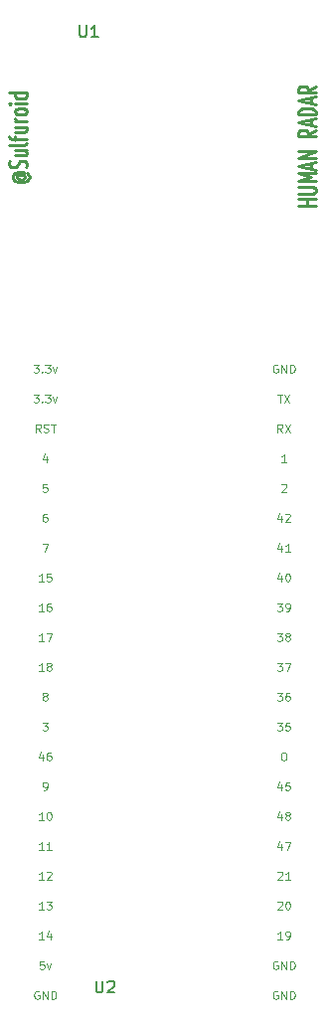
<source format=gbr>
%TF.GenerationSoftware,KiCad,Pcbnew,(6.0.11)*%
%TF.CreationDate,2023-06-18T22:22:59+02:00*%
%TF.ProjectId,rd-03,72642d30-332e-46b6-9963-61645f706362,rev?*%
%TF.SameCoordinates,Original*%
%TF.FileFunction,Legend,Top*%
%TF.FilePolarity,Positive*%
%FSLAX46Y46*%
G04 Gerber Fmt 4.6, Leading zero omitted, Abs format (unit mm)*
G04 Created by KiCad (PCBNEW (6.0.11)) date 2023-06-18 22:22:59*
%MOMM*%
%LPD*%
G01*
G04 APERTURE LIST*
%ADD10C,0.250000*%
%ADD11C,0.150000*%
%ADD12C,0.100000*%
G04 APERTURE END LIST*
D10*
X128948571Y-63745428D02*
X127448571Y-63745428D01*
X128162857Y-63745428D02*
X128162857Y-63174000D01*
X128948571Y-63174000D02*
X127448571Y-63174000D01*
X127448571Y-62697809D02*
X128662857Y-62697809D01*
X128805714Y-62650190D01*
X128877142Y-62602571D01*
X128948571Y-62507333D01*
X128948571Y-62316857D01*
X128877142Y-62221619D01*
X128805714Y-62174000D01*
X128662857Y-62126380D01*
X127448571Y-62126380D01*
X128948571Y-61650190D02*
X127448571Y-61650190D01*
X128520000Y-61316857D01*
X127448571Y-60983523D01*
X128948571Y-60983523D01*
X128520000Y-60554952D02*
X128520000Y-60078761D01*
X128948571Y-60650190D02*
X127448571Y-60316857D01*
X128948571Y-59983523D01*
X128948571Y-59650190D02*
X127448571Y-59650190D01*
X128948571Y-59078761D01*
X127448571Y-59078761D01*
X128948571Y-57269238D02*
X128234285Y-57602571D01*
X128948571Y-57840666D02*
X127448571Y-57840666D01*
X127448571Y-57459714D01*
X127520000Y-57364476D01*
X127591428Y-57316857D01*
X127734285Y-57269238D01*
X127948571Y-57269238D01*
X128091428Y-57316857D01*
X128162857Y-57364476D01*
X128234285Y-57459714D01*
X128234285Y-57840666D01*
X128520000Y-56888285D02*
X128520000Y-56412095D01*
X128948571Y-56983523D02*
X127448571Y-56650190D01*
X128948571Y-56316857D01*
X128948571Y-55983523D02*
X127448571Y-55983523D01*
X127448571Y-55745428D01*
X127520000Y-55602571D01*
X127662857Y-55507333D01*
X127805714Y-55459714D01*
X128091428Y-55412095D01*
X128305714Y-55412095D01*
X128591428Y-55459714D01*
X128734285Y-55507333D01*
X128877142Y-55602571D01*
X128948571Y-55745428D01*
X128948571Y-55983523D01*
X128520000Y-55031142D02*
X128520000Y-54554952D01*
X128948571Y-55126380D02*
X127448571Y-54793047D01*
X128948571Y-54459714D01*
X128948571Y-53554952D02*
X128234285Y-53888285D01*
X128948571Y-54126380D02*
X127448571Y-54126380D01*
X127448571Y-53745428D01*
X127520000Y-53650190D01*
X127591428Y-53602571D01*
X127734285Y-53554952D01*
X127948571Y-53554952D01*
X128091428Y-53602571D01*
X128162857Y-53650190D01*
X128234285Y-53745428D01*
X128234285Y-54126380D01*
X103596285Y-61078666D02*
X103524857Y-61126285D01*
X103453428Y-61221523D01*
X103453428Y-61316761D01*
X103524857Y-61412000D01*
X103596285Y-61459619D01*
X103739142Y-61507238D01*
X103882000Y-61507238D01*
X104024857Y-61459619D01*
X104096285Y-61412000D01*
X104167714Y-61316761D01*
X104167714Y-61221523D01*
X104096285Y-61126285D01*
X104024857Y-61078666D01*
X103453428Y-61078666D02*
X104024857Y-61078666D01*
X104096285Y-61031047D01*
X104096285Y-60983428D01*
X104024857Y-60888190D01*
X103882000Y-60840571D01*
X103524857Y-60840571D01*
X103310571Y-60935809D01*
X103167714Y-61078666D01*
X103096285Y-61269142D01*
X103167714Y-61459619D01*
X103310571Y-61602476D01*
X103524857Y-61697714D01*
X103810571Y-61745333D01*
X104096285Y-61697714D01*
X104310571Y-61602476D01*
X104453428Y-61459619D01*
X104524857Y-61269142D01*
X104453428Y-61078666D01*
X104310571Y-60935809D01*
X104239142Y-60459619D02*
X104310571Y-60316761D01*
X104310571Y-60078666D01*
X104239142Y-59983428D01*
X104167714Y-59935809D01*
X104024857Y-59888190D01*
X103882000Y-59888190D01*
X103739142Y-59935809D01*
X103667714Y-59983428D01*
X103596285Y-60078666D01*
X103524857Y-60269142D01*
X103453428Y-60364380D01*
X103382000Y-60412000D01*
X103239142Y-60459619D01*
X103096285Y-60459619D01*
X102953428Y-60412000D01*
X102882000Y-60364380D01*
X102810571Y-60269142D01*
X102810571Y-60031047D01*
X102882000Y-59888190D01*
X103310571Y-59031047D02*
X104310571Y-59031047D01*
X103310571Y-59459619D02*
X104096285Y-59459619D01*
X104239142Y-59412000D01*
X104310571Y-59316761D01*
X104310571Y-59173904D01*
X104239142Y-59078666D01*
X104167714Y-59031047D01*
X104310571Y-58412000D02*
X104239142Y-58507238D01*
X104096285Y-58554857D01*
X102810571Y-58554857D01*
X103310571Y-58173904D02*
X103310571Y-57792952D01*
X104310571Y-58031047D02*
X103024857Y-58031047D01*
X102882000Y-57983428D01*
X102810571Y-57888190D01*
X102810571Y-57792952D01*
X103310571Y-57031047D02*
X104310571Y-57031047D01*
X103310571Y-57459619D02*
X104096285Y-57459619D01*
X104239142Y-57412000D01*
X104310571Y-57316761D01*
X104310571Y-57173904D01*
X104239142Y-57078666D01*
X104167714Y-57031047D01*
X104310571Y-56554857D02*
X103310571Y-56554857D01*
X103596285Y-56554857D02*
X103453428Y-56507238D01*
X103382000Y-56459619D01*
X103310571Y-56364380D01*
X103310571Y-56269142D01*
X104310571Y-55792952D02*
X104239142Y-55888190D01*
X104167714Y-55935809D01*
X104024857Y-55983428D01*
X103596285Y-55983428D01*
X103453428Y-55935809D01*
X103382000Y-55888190D01*
X103310571Y-55792952D01*
X103310571Y-55650095D01*
X103382000Y-55554857D01*
X103453428Y-55507238D01*
X103596285Y-55459619D01*
X104024857Y-55459619D01*
X104167714Y-55507238D01*
X104239142Y-55554857D01*
X104310571Y-55650095D01*
X104310571Y-55792952D01*
X104310571Y-55031047D02*
X103310571Y-55031047D01*
X102810571Y-55031047D02*
X102882000Y-55078666D01*
X102953428Y-55031047D01*
X102882000Y-54983428D01*
X102810571Y-55031047D01*
X102953428Y-55031047D01*
X104310571Y-54126285D02*
X102810571Y-54126285D01*
X104239142Y-54126285D02*
X104310571Y-54221523D01*
X104310571Y-54412000D01*
X104239142Y-54507238D01*
X104167714Y-54554857D01*
X104024857Y-54602476D01*
X103596285Y-54602476D01*
X103453428Y-54554857D01*
X103382000Y-54507238D01*
X103310571Y-54412000D01*
X103310571Y-54221523D01*
X103382000Y-54126285D01*
D11*
%TO.C,U2*%
X110201695Y-129749280D02*
X110201695Y-130558804D01*
X110249314Y-130654042D01*
X110296933Y-130701661D01*
X110392171Y-130749280D01*
X110582647Y-130749280D01*
X110677885Y-130701661D01*
X110725504Y-130654042D01*
X110773123Y-130558804D01*
X110773123Y-129749280D01*
X111201695Y-129844519D02*
X111249314Y-129796900D01*
X111344552Y-129749280D01*
X111582647Y-129749280D01*
X111677885Y-129796900D01*
X111725504Y-129844519D01*
X111773123Y-129939757D01*
X111773123Y-130034995D01*
X111725504Y-130177852D01*
X111154076Y-130749280D01*
X111773123Y-130749280D01*
D12*
X125670266Y-120500233D02*
X125703600Y-120466900D01*
X125770266Y-120433566D01*
X125936933Y-120433566D01*
X126003600Y-120466900D01*
X126036933Y-120500233D01*
X126070266Y-120566900D01*
X126070266Y-120633566D01*
X126036933Y-120733566D01*
X125636933Y-121133566D01*
X126070266Y-121133566D01*
X126736933Y-121133566D02*
X126336933Y-121133566D01*
X126536933Y-121133566D02*
X126536933Y-120433566D01*
X126470266Y-120533566D01*
X126403600Y-120600233D01*
X126336933Y-120633566D01*
X105740266Y-118593566D02*
X105340266Y-118593566D01*
X105540266Y-118593566D02*
X105540266Y-117893566D01*
X105473600Y-117993566D01*
X105406933Y-118060233D01*
X105340266Y-118093566D01*
X106406933Y-118593566D02*
X106006933Y-118593566D01*
X106206933Y-118593566D02*
X106206933Y-117893566D01*
X106140266Y-117993566D01*
X106073600Y-118060233D01*
X106006933Y-118093566D01*
X125670266Y-130626900D02*
X125603600Y-130593566D01*
X125503600Y-130593566D01*
X125403600Y-130626900D01*
X125336933Y-130693566D01*
X125303600Y-130760233D01*
X125270266Y-130893566D01*
X125270266Y-130993566D01*
X125303600Y-131126900D01*
X125336933Y-131193566D01*
X125403600Y-131260233D01*
X125503600Y-131293566D01*
X125570266Y-131293566D01*
X125670266Y-131260233D01*
X125703600Y-131226900D01*
X125703600Y-130993566D01*
X125570266Y-130993566D01*
X126003600Y-131293566D02*
X126003600Y-130593566D01*
X126403600Y-131293566D01*
X126403600Y-130593566D01*
X126736933Y-131293566D02*
X126736933Y-130593566D01*
X126903600Y-130593566D01*
X127003600Y-130626900D01*
X127070266Y-130693566D01*
X127103600Y-130760233D01*
X127136933Y-130893566D01*
X127136933Y-130993566D01*
X127103600Y-131126900D01*
X127070266Y-131193566D01*
X127003600Y-131260233D01*
X126903600Y-131293566D01*
X126736933Y-131293566D01*
X126003600Y-113046900D02*
X126003600Y-113513566D01*
X125836933Y-112780233D02*
X125670266Y-113280233D01*
X126103600Y-113280233D01*
X126703600Y-112813566D02*
X126370266Y-112813566D01*
X126336933Y-113146900D01*
X126370266Y-113113566D01*
X126436933Y-113080233D01*
X126603600Y-113080233D01*
X126670266Y-113113566D01*
X126703600Y-113146900D01*
X126736933Y-113213566D01*
X126736933Y-113380233D01*
X126703600Y-113446900D01*
X126670266Y-113480233D01*
X126603600Y-113513566D01*
X126436933Y-113513566D01*
X126370266Y-113480233D01*
X126336933Y-113446900D01*
X126003600Y-118126900D02*
X126003600Y-118593566D01*
X125836933Y-117860233D02*
X125670266Y-118360233D01*
X126103600Y-118360233D01*
X126303600Y-117893566D02*
X126770266Y-117893566D01*
X126470266Y-118593566D01*
X105740266Y-121133566D02*
X105340266Y-121133566D01*
X105540266Y-121133566D02*
X105540266Y-120433566D01*
X105473600Y-120533566D01*
X105406933Y-120600233D01*
X105340266Y-120633566D01*
X106006933Y-120500233D02*
X106040266Y-120466900D01*
X106106933Y-120433566D01*
X106273600Y-120433566D01*
X106340266Y-120466900D01*
X106373600Y-120500233D01*
X106406933Y-120566900D01*
X106406933Y-120633566D01*
X106373600Y-120733566D01*
X105973600Y-121133566D01*
X106406933Y-121133566D01*
X126086933Y-83033566D02*
X125853600Y-82700233D01*
X125686933Y-83033566D02*
X125686933Y-82333566D01*
X125953600Y-82333566D01*
X126020266Y-82366900D01*
X126053600Y-82400233D01*
X126086933Y-82466900D01*
X126086933Y-82566900D01*
X126053600Y-82633566D01*
X126020266Y-82666900D01*
X125953600Y-82700233D01*
X125686933Y-82700233D01*
X126320266Y-82333566D02*
X126786933Y-83033566D01*
X126786933Y-82333566D02*
X126320266Y-83033566D01*
X105740266Y-123673566D02*
X105340266Y-123673566D01*
X105540266Y-123673566D02*
X105540266Y-122973566D01*
X105473600Y-123073566D01*
X105406933Y-123140233D01*
X105340266Y-123173566D01*
X105973600Y-122973566D02*
X106406933Y-122973566D01*
X106173600Y-123240233D01*
X106273600Y-123240233D01*
X106340266Y-123273566D01*
X106373600Y-123306900D01*
X106406933Y-123373566D01*
X106406933Y-123540233D01*
X106373600Y-123606900D01*
X106340266Y-123640233D01*
X106273600Y-123673566D01*
X106073600Y-123673566D01*
X106006933Y-123640233D01*
X105973600Y-123606900D01*
X105806933Y-105493566D02*
X105740266Y-105460233D01*
X105706933Y-105426900D01*
X105673600Y-105360233D01*
X105673600Y-105326900D01*
X105706933Y-105260233D01*
X105740266Y-105226900D01*
X105806933Y-105193566D01*
X105940266Y-105193566D01*
X106006933Y-105226900D01*
X106040266Y-105260233D01*
X106073600Y-105326900D01*
X106073600Y-105360233D01*
X106040266Y-105426900D01*
X106006933Y-105460233D01*
X105940266Y-105493566D01*
X105806933Y-105493566D01*
X105740266Y-105526900D01*
X105706933Y-105560233D01*
X105673600Y-105626900D01*
X105673600Y-105760233D01*
X105706933Y-105826900D01*
X105740266Y-105860233D01*
X105806933Y-105893566D01*
X105940266Y-105893566D01*
X106006933Y-105860233D01*
X106040266Y-105826900D01*
X106073600Y-105760233D01*
X106073600Y-105626900D01*
X106040266Y-105560233D01*
X106006933Y-105526900D01*
X105940266Y-105493566D01*
X105640266Y-107733566D02*
X106073600Y-107733566D01*
X105840266Y-108000233D01*
X105940266Y-108000233D01*
X106006933Y-108033566D01*
X106040266Y-108066900D01*
X106073600Y-108133566D01*
X106073600Y-108300233D01*
X106040266Y-108366900D01*
X106006933Y-108400233D01*
X105940266Y-108433566D01*
X105740266Y-108433566D01*
X105673600Y-108400233D01*
X105640266Y-108366900D01*
X125636933Y-100113566D02*
X126070266Y-100113566D01*
X125836933Y-100380233D01*
X125936933Y-100380233D01*
X126003600Y-100413566D01*
X126036933Y-100446900D01*
X126070266Y-100513566D01*
X126070266Y-100680233D01*
X126036933Y-100746900D01*
X126003600Y-100780233D01*
X125936933Y-100813566D01*
X125736933Y-100813566D01*
X125670266Y-100780233D01*
X125636933Y-100746900D01*
X126470266Y-100413566D02*
X126403600Y-100380233D01*
X126370266Y-100346900D01*
X126336933Y-100280233D01*
X126336933Y-100246900D01*
X126370266Y-100180233D01*
X126403600Y-100146900D01*
X126470266Y-100113566D01*
X126603600Y-100113566D01*
X126670266Y-100146900D01*
X126703600Y-100180233D01*
X126736933Y-100246900D01*
X126736933Y-100280233D01*
X126703600Y-100346900D01*
X126670266Y-100380233D01*
X126603600Y-100413566D01*
X126470266Y-100413566D01*
X126403600Y-100446900D01*
X126370266Y-100480233D01*
X126336933Y-100546900D01*
X126336933Y-100680233D01*
X126370266Y-100746900D01*
X126403600Y-100780233D01*
X126470266Y-100813566D01*
X126603600Y-100813566D01*
X126670266Y-100780233D01*
X126703600Y-100746900D01*
X126736933Y-100680233D01*
X126736933Y-100546900D01*
X126703600Y-100480233D01*
X126670266Y-100446900D01*
X126603600Y-100413566D01*
X126003600Y-92726900D02*
X126003600Y-93193566D01*
X125836933Y-92460233D02*
X125670266Y-92960233D01*
X126103600Y-92960233D01*
X126736933Y-93193566D02*
X126336933Y-93193566D01*
X126536933Y-93193566D02*
X126536933Y-92493566D01*
X126470266Y-92593566D01*
X126403600Y-92660233D01*
X126336933Y-92693566D01*
X105740266Y-126213566D02*
X105340266Y-126213566D01*
X105540266Y-126213566D02*
X105540266Y-125513566D01*
X105473600Y-125613566D01*
X105406933Y-125680233D01*
X105340266Y-125713566D01*
X106340266Y-125746900D02*
X106340266Y-126213566D01*
X106173600Y-125480233D02*
X106006933Y-125980233D01*
X106440266Y-125980233D01*
X105490266Y-83033566D02*
X105256933Y-82700233D01*
X105090266Y-83033566D02*
X105090266Y-82333566D01*
X105356933Y-82333566D01*
X105423600Y-82366900D01*
X105456933Y-82400233D01*
X105490266Y-82466900D01*
X105490266Y-82566900D01*
X105456933Y-82633566D01*
X105423600Y-82666900D01*
X105356933Y-82700233D01*
X105090266Y-82700233D01*
X105756933Y-83000233D02*
X105856933Y-83033566D01*
X106023600Y-83033566D01*
X106090266Y-83000233D01*
X106123600Y-82966900D01*
X106156933Y-82900233D01*
X106156933Y-82833566D01*
X106123600Y-82766900D01*
X106090266Y-82733566D01*
X106023600Y-82700233D01*
X105890266Y-82666900D01*
X105823600Y-82633566D01*
X105790266Y-82600233D01*
X105756933Y-82533566D01*
X105756933Y-82466900D01*
X105790266Y-82400233D01*
X105823600Y-82366900D01*
X105890266Y-82333566D01*
X106056933Y-82333566D01*
X106156933Y-82366900D01*
X106356933Y-82333566D02*
X106756933Y-82333566D01*
X106556933Y-83033566D02*
X106556933Y-82333566D01*
X105773600Y-128053566D02*
X105440266Y-128053566D01*
X105406933Y-128386900D01*
X105440266Y-128353566D01*
X105506933Y-128320233D01*
X105673600Y-128320233D01*
X105740266Y-128353566D01*
X105773600Y-128386900D01*
X105806933Y-128453566D01*
X105806933Y-128620233D01*
X105773600Y-128686900D01*
X105740266Y-128720233D01*
X105673600Y-128753566D01*
X105506933Y-128753566D01*
X105440266Y-128720233D01*
X105406933Y-128686900D01*
X106040266Y-128286900D02*
X106206933Y-128753566D01*
X106373600Y-128286900D01*
X105740266Y-116053566D02*
X105340266Y-116053566D01*
X105540266Y-116053566D02*
X105540266Y-115353566D01*
X105473600Y-115453566D01*
X105406933Y-115520233D01*
X105340266Y-115553566D01*
X106173600Y-115353566D02*
X106240266Y-115353566D01*
X106306933Y-115386900D01*
X106340266Y-115420233D01*
X106373600Y-115486900D01*
X106406933Y-115620233D01*
X106406933Y-115786900D01*
X106373600Y-115920233D01*
X106340266Y-115986900D01*
X106306933Y-116020233D01*
X106240266Y-116053566D01*
X106173600Y-116053566D01*
X106106933Y-116020233D01*
X106073600Y-115986900D01*
X106040266Y-115920233D01*
X106006933Y-115786900D01*
X106006933Y-115620233D01*
X106040266Y-115486900D01*
X106073600Y-115420233D01*
X106106933Y-115386900D01*
X106173600Y-115353566D01*
X126136933Y-110273566D02*
X126270266Y-110273566D01*
X126336933Y-110306900D01*
X126403600Y-110373566D01*
X126436933Y-110506900D01*
X126436933Y-110740233D01*
X126403600Y-110873566D01*
X126336933Y-110940233D01*
X126270266Y-110973566D01*
X126136933Y-110973566D01*
X126070266Y-110940233D01*
X126003600Y-110873566D01*
X125970266Y-110740233D01*
X125970266Y-110506900D01*
X126003600Y-110373566D01*
X126070266Y-110306900D01*
X126136933Y-110273566D01*
X126403600Y-85573566D02*
X126003600Y-85573566D01*
X126203600Y-85573566D02*
X126203600Y-84873566D01*
X126136933Y-84973566D01*
X126070266Y-85040233D01*
X126003600Y-85073566D01*
X105740266Y-98273566D02*
X105340266Y-98273566D01*
X105540266Y-98273566D02*
X105540266Y-97573566D01*
X105473600Y-97673566D01*
X105406933Y-97740233D01*
X105340266Y-97773566D01*
X106340266Y-97573566D02*
X106206933Y-97573566D01*
X106140266Y-97606900D01*
X106106933Y-97640233D01*
X106040266Y-97740233D01*
X106006933Y-97873566D01*
X106006933Y-98140233D01*
X106040266Y-98206900D01*
X106073600Y-98240233D01*
X106140266Y-98273566D01*
X106273600Y-98273566D01*
X106340266Y-98240233D01*
X106373600Y-98206900D01*
X106406933Y-98140233D01*
X106406933Y-97973566D01*
X106373600Y-97906900D01*
X106340266Y-97873566D01*
X106273600Y-97840233D01*
X106140266Y-97840233D01*
X106073600Y-97873566D01*
X106040266Y-97906900D01*
X106006933Y-97973566D01*
X105640266Y-92493566D02*
X106106933Y-92493566D01*
X105806933Y-93193566D01*
X106006933Y-89953566D02*
X105873600Y-89953566D01*
X105806933Y-89986900D01*
X105773600Y-90020233D01*
X105706933Y-90120233D01*
X105673600Y-90253566D01*
X105673600Y-90520233D01*
X105706933Y-90586900D01*
X105740266Y-90620233D01*
X105806933Y-90653566D01*
X105940266Y-90653566D01*
X106006933Y-90620233D01*
X106040266Y-90586900D01*
X106073600Y-90520233D01*
X106073600Y-90353566D01*
X106040266Y-90286900D01*
X106006933Y-90253566D01*
X105940266Y-90220233D01*
X105806933Y-90220233D01*
X105740266Y-90253566D01*
X105706933Y-90286900D01*
X105673600Y-90353566D01*
X125670266Y-123040233D02*
X125703600Y-123006900D01*
X125770266Y-122973566D01*
X125936933Y-122973566D01*
X126003600Y-123006900D01*
X126036933Y-123040233D01*
X126070266Y-123106900D01*
X126070266Y-123173566D01*
X126036933Y-123273566D01*
X125636933Y-123673566D01*
X126070266Y-123673566D01*
X126503600Y-122973566D02*
X126570266Y-122973566D01*
X126636933Y-123006900D01*
X126670266Y-123040233D01*
X126703600Y-123106900D01*
X126736933Y-123240233D01*
X126736933Y-123406900D01*
X126703600Y-123540233D01*
X126670266Y-123606900D01*
X126636933Y-123640233D01*
X126570266Y-123673566D01*
X126503600Y-123673566D01*
X126436933Y-123640233D01*
X126403600Y-123606900D01*
X126370266Y-123540233D01*
X126336933Y-123406900D01*
X126336933Y-123240233D01*
X126370266Y-123106900D01*
X126403600Y-123040233D01*
X126436933Y-123006900D01*
X126503600Y-122973566D01*
X105740266Y-113513566D02*
X105873600Y-113513566D01*
X105940266Y-113480233D01*
X105973600Y-113446900D01*
X106040266Y-113346900D01*
X106073600Y-113213566D01*
X106073600Y-112946900D01*
X106040266Y-112880233D01*
X106006933Y-112846900D01*
X105940266Y-112813566D01*
X105806933Y-112813566D01*
X105740266Y-112846900D01*
X105706933Y-112880233D01*
X105673600Y-112946900D01*
X105673600Y-113113566D01*
X105706933Y-113180233D01*
X105740266Y-113213566D01*
X105806933Y-113246900D01*
X105940266Y-113246900D01*
X106006933Y-113213566D01*
X106040266Y-113180233D01*
X106073600Y-113113566D01*
X125636933Y-102653566D02*
X126070266Y-102653566D01*
X125836933Y-102920233D01*
X125936933Y-102920233D01*
X126003600Y-102953566D01*
X126036933Y-102986900D01*
X126070266Y-103053566D01*
X126070266Y-103220233D01*
X126036933Y-103286900D01*
X126003600Y-103320233D01*
X125936933Y-103353566D01*
X125736933Y-103353566D01*
X125670266Y-103320233D01*
X125636933Y-103286900D01*
X126303600Y-102653566D02*
X126770266Y-102653566D01*
X126470266Y-103353566D01*
X106040266Y-87413566D02*
X105706933Y-87413566D01*
X105673600Y-87746900D01*
X105706933Y-87713566D01*
X105773600Y-87680233D01*
X105940266Y-87680233D01*
X106006933Y-87713566D01*
X106040266Y-87746900D01*
X106073600Y-87813566D01*
X106073600Y-87980233D01*
X106040266Y-88046900D01*
X106006933Y-88080233D01*
X105940266Y-88113566D01*
X105773600Y-88113566D01*
X105706933Y-88080233D01*
X105673600Y-88046900D01*
X125636933Y-105193566D02*
X126070266Y-105193566D01*
X125836933Y-105460233D01*
X125936933Y-105460233D01*
X126003600Y-105493566D01*
X126036933Y-105526900D01*
X126070266Y-105593566D01*
X126070266Y-105760233D01*
X126036933Y-105826900D01*
X126003600Y-105860233D01*
X125936933Y-105893566D01*
X125736933Y-105893566D01*
X125670266Y-105860233D01*
X125636933Y-105826900D01*
X126670266Y-105193566D02*
X126536933Y-105193566D01*
X126470266Y-105226900D01*
X126436933Y-105260233D01*
X126370266Y-105360233D01*
X126336933Y-105493566D01*
X126336933Y-105760233D01*
X126370266Y-105826900D01*
X126403600Y-105860233D01*
X126470266Y-105893566D01*
X126603600Y-105893566D01*
X126670266Y-105860233D01*
X126703600Y-105826900D01*
X126736933Y-105760233D01*
X126736933Y-105593566D01*
X126703600Y-105526900D01*
X126670266Y-105493566D01*
X126603600Y-105460233D01*
X126470266Y-105460233D01*
X126403600Y-105493566D01*
X126370266Y-105526900D01*
X126336933Y-105593566D01*
X126003600Y-95266900D02*
X126003600Y-95733566D01*
X125836933Y-95000233D02*
X125670266Y-95500233D01*
X126103600Y-95500233D01*
X126503600Y-95033566D02*
X126570266Y-95033566D01*
X126636933Y-95066900D01*
X126670266Y-95100233D01*
X126703600Y-95166900D01*
X126736933Y-95300233D01*
X126736933Y-95466900D01*
X126703600Y-95600233D01*
X126670266Y-95666900D01*
X126636933Y-95700233D01*
X126570266Y-95733566D01*
X126503600Y-95733566D01*
X126436933Y-95700233D01*
X126403600Y-95666900D01*
X126370266Y-95600233D01*
X126336933Y-95466900D01*
X126336933Y-95300233D01*
X126370266Y-95166900D01*
X126403600Y-95100233D01*
X126436933Y-95066900D01*
X126503600Y-95033566D01*
X125670266Y-79793566D02*
X126070266Y-79793566D01*
X125870266Y-80493566D02*
X125870266Y-79793566D01*
X126236933Y-79793566D02*
X126703600Y-80493566D01*
X126703600Y-79793566D02*
X126236933Y-80493566D01*
X125636933Y-97573566D02*
X126070266Y-97573566D01*
X125836933Y-97840233D01*
X125936933Y-97840233D01*
X126003600Y-97873566D01*
X126036933Y-97906900D01*
X126070266Y-97973566D01*
X126070266Y-98140233D01*
X126036933Y-98206900D01*
X126003600Y-98240233D01*
X125936933Y-98273566D01*
X125736933Y-98273566D01*
X125670266Y-98240233D01*
X125636933Y-98206900D01*
X126403600Y-98273566D02*
X126536933Y-98273566D01*
X126603600Y-98240233D01*
X126636933Y-98206900D01*
X126703600Y-98106900D01*
X126736933Y-97973566D01*
X126736933Y-97706900D01*
X126703600Y-97640233D01*
X126670266Y-97606900D01*
X126603600Y-97573566D01*
X126470266Y-97573566D01*
X126403600Y-97606900D01*
X126370266Y-97640233D01*
X126336933Y-97706900D01*
X126336933Y-97873566D01*
X126370266Y-97940233D01*
X126403600Y-97973566D01*
X126470266Y-98006900D01*
X126603600Y-98006900D01*
X126670266Y-97973566D01*
X126703600Y-97940233D01*
X126736933Y-97873566D01*
X126003600Y-115586900D02*
X126003600Y-116053566D01*
X125836933Y-115320233D02*
X125670266Y-115820233D01*
X126103600Y-115820233D01*
X126470266Y-115653566D02*
X126403600Y-115620233D01*
X126370266Y-115586900D01*
X126336933Y-115520233D01*
X126336933Y-115486900D01*
X126370266Y-115420233D01*
X126403600Y-115386900D01*
X126470266Y-115353566D01*
X126603600Y-115353566D01*
X126670266Y-115386900D01*
X126703600Y-115420233D01*
X126736933Y-115486900D01*
X126736933Y-115520233D01*
X126703600Y-115586900D01*
X126670266Y-115620233D01*
X126603600Y-115653566D01*
X126470266Y-115653566D01*
X126403600Y-115686900D01*
X126370266Y-115720233D01*
X126336933Y-115786900D01*
X126336933Y-115920233D01*
X126370266Y-115986900D01*
X126403600Y-116020233D01*
X126470266Y-116053566D01*
X126603600Y-116053566D01*
X126670266Y-116020233D01*
X126703600Y-115986900D01*
X126736933Y-115920233D01*
X126736933Y-115786900D01*
X126703600Y-115720233D01*
X126670266Y-115686900D01*
X126603600Y-115653566D01*
X125636933Y-107733566D02*
X126070266Y-107733566D01*
X125836933Y-108000233D01*
X125936933Y-108000233D01*
X126003600Y-108033566D01*
X126036933Y-108066900D01*
X126070266Y-108133566D01*
X126070266Y-108300233D01*
X126036933Y-108366900D01*
X126003600Y-108400233D01*
X125936933Y-108433566D01*
X125736933Y-108433566D01*
X125670266Y-108400233D01*
X125636933Y-108366900D01*
X126703600Y-107733566D02*
X126370266Y-107733566D01*
X126336933Y-108066900D01*
X126370266Y-108033566D01*
X126436933Y-108000233D01*
X126603600Y-108000233D01*
X126670266Y-108033566D01*
X126703600Y-108066900D01*
X126736933Y-108133566D01*
X126736933Y-108300233D01*
X126703600Y-108366900D01*
X126670266Y-108400233D01*
X126603600Y-108433566D01*
X126436933Y-108433566D01*
X126370266Y-108400233D01*
X126336933Y-108366900D01*
X126003600Y-87480233D02*
X126036933Y-87446900D01*
X126103600Y-87413566D01*
X126270266Y-87413566D01*
X126336933Y-87446900D01*
X126370266Y-87480233D01*
X126403600Y-87546900D01*
X126403600Y-87613566D01*
X126370266Y-87713566D01*
X125970266Y-88113566D01*
X126403600Y-88113566D01*
X105740266Y-95733566D02*
X105340266Y-95733566D01*
X105540266Y-95733566D02*
X105540266Y-95033566D01*
X105473600Y-95133566D01*
X105406933Y-95200233D01*
X105340266Y-95233566D01*
X106373600Y-95033566D02*
X106040266Y-95033566D01*
X106006933Y-95366900D01*
X106040266Y-95333566D01*
X106106933Y-95300233D01*
X106273600Y-95300233D01*
X106340266Y-95333566D01*
X106373600Y-95366900D01*
X106406933Y-95433566D01*
X106406933Y-95600233D01*
X106373600Y-95666900D01*
X106340266Y-95700233D01*
X106273600Y-95733566D01*
X106106933Y-95733566D01*
X106040266Y-95700233D01*
X106006933Y-95666900D01*
X105673600Y-110506900D02*
X105673600Y-110973566D01*
X105506933Y-110240233D02*
X105340266Y-110740233D01*
X105773600Y-110740233D01*
X106340266Y-110273566D02*
X106206933Y-110273566D01*
X106140266Y-110306900D01*
X106106933Y-110340233D01*
X106040266Y-110440233D01*
X106006933Y-110573566D01*
X106006933Y-110840233D01*
X106040266Y-110906900D01*
X106073600Y-110940233D01*
X106140266Y-110973566D01*
X106273600Y-110973566D01*
X106340266Y-110940233D01*
X106373600Y-110906900D01*
X106406933Y-110840233D01*
X106406933Y-110673566D01*
X106373600Y-110606900D01*
X106340266Y-110573566D01*
X106273600Y-110540233D01*
X106140266Y-110540233D01*
X106073600Y-110573566D01*
X106040266Y-110606900D01*
X106006933Y-110673566D01*
X125670266Y-77286900D02*
X125603600Y-77253566D01*
X125503600Y-77253566D01*
X125403600Y-77286900D01*
X125336933Y-77353566D01*
X125303600Y-77420233D01*
X125270266Y-77553566D01*
X125270266Y-77653566D01*
X125303600Y-77786900D01*
X125336933Y-77853566D01*
X125403600Y-77920233D01*
X125503600Y-77953566D01*
X125570266Y-77953566D01*
X125670266Y-77920233D01*
X125703600Y-77886900D01*
X125703600Y-77653566D01*
X125570266Y-77653566D01*
X126003600Y-77953566D02*
X126003600Y-77253566D01*
X126403600Y-77953566D01*
X126403600Y-77253566D01*
X126736933Y-77953566D02*
X126736933Y-77253566D01*
X126903600Y-77253566D01*
X127003600Y-77286900D01*
X127070266Y-77353566D01*
X127103600Y-77420233D01*
X127136933Y-77553566D01*
X127136933Y-77653566D01*
X127103600Y-77786900D01*
X127070266Y-77853566D01*
X127003600Y-77920233D01*
X126903600Y-77953566D01*
X126736933Y-77953566D01*
X105740266Y-103353566D02*
X105340266Y-103353566D01*
X105540266Y-103353566D02*
X105540266Y-102653566D01*
X105473600Y-102753566D01*
X105406933Y-102820233D01*
X105340266Y-102853566D01*
X106140266Y-102953566D02*
X106073600Y-102920233D01*
X106040266Y-102886900D01*
X106006933Y-102820233D01*
X106006933Y-102786900D01*
X106040266Y-102720233D01*
X106073600Y-102686900D01*
X106140266Y-102653566D01*
X106273600Y-102653566D01*
X106340266Y-102686900D01*
X106373600Y-102720233D01*
X106406933Y-102786900D01*
X106406933Y-102820233D01*
X106373600Y-102886900D01*
X106340266Y-102920233D01*
X106273600Y-102953566D01*
X106140266Y-102953566D01*
X106073600Y-102986900D01*
X106040266Y-103020233D01*
X106006933Y-103086900D01*
X106006933Y-103220233D01*
X106040266Y-103286900D01*
X106073600Y-103320233D01*
X106140266Y-103353566D01*
X106273600Y-103353566D01*
X106340266Y-103320233D01*
X106373600Y-103286900D01*
X106406933Y-103220233D01*
X106406933Y-103086900D01*
X106373600Y-103020233D01*
X106340266Y-102986900D01*
X106273600Y-102953566D01*
X105340266Y-130626900D02*
X105273600Y-130593566D01*
X105173600Y-130593566D01*
X105073600Y-130626900D01*
X105006933Y-130693566D01*
X104973600Y-130760233D01*
X104940266Y-130893566D01*
X104940266Y-130993566D01*
X104973600Y-131126900D01*
X105006933Y-131193566D01*
X105073600Y-131260233D01*
X105173600Y-131293566D01*
X105240266Y-131293566D01*
X105340266Y-131260233D01*
X105373600Y-131226900D01*
X105373600Y-130993566D01*
X105240266Y-130993566D01*
X105673600Y-131293566D02*
X105673600Y-130593566D01*
X106073600Y-131293566D01*
X106073600Y-130593566D01*
X106406933Y-131293566D02*
X106406933Y-130593566D01*
X106573600Y-130593566D01*
X106673600Y-130626900D01*
X106740266Y-130693566D01*
X106773600Y-130760233D01*
X106806933Y-130893566D01*
X106806933Y-130993566D01*
X106773600Y-131126900D01*
X106740266Y-131193566D01*
X106673600Y-131260233D01*
X106573600Y-131293566D01*
X106406933Y-131293566D01*
X104873600Y-79793566D02*
X105306933Y-79793566D01*
X105073600Y-80060233D01*
X105173600Y-80060233D01*
X105240266Y-80093566D01*
X105273600Y-80126900D01*
X105306933Y-80193566D01*
X105306933Y-80360233D01*
X105273600Y-80426900D01*
X105240266Y-80460233D01*
X105173600Y-80493566D01*
X104973600Y-80493566D01*
X104906933Y-80460233D01*
X104873600Y-80426900D01*
X105606933Y-80426900D02*
X105640266Y-80460233D01*
X105606933Y-80493566D01*
X105573600Y-80460233D01*
X105606933Y-80426900D01*
X105606933Y-80493566D01*
X105873600Y-79793566D02*
X106306933Y-79793566D01*
X106073600Y-80060233D01*
X106173600Y-80060233D01*
X106240266Y-80093566D01*
X106273600Y-80126900D01*
X106306933Y-80193566D01*
X106306933Y-80360233D01*
X106273600Y-80426900D01*
X106240266Y-80460233D01*
X106173600Y-80493566D01*
X105973600Y-80493566D01*
X105906933Y-80460233D01*
X105873600Y-80426900D01*
X106540266Y-80026900D02*
X106706933Y-80493566D01*
X106873600Y-80026900D01*
X126070266Y-126213566D02*
X125670266Y-126213566D01*
X125870266Y-126213566D02*
X125870266Y-125513566D01*
X125803600Y-125613566D01*
X125736933Y-125680233D01*
X125670266Y-125713566D01*
X126403600Y-126213566D02*
X126536933Y-126213566D01*
X126603600Y-126180233D01*
X126636933Y-126146900D01*
X126703600Y-126046900D01*
X126736933Y-125913566D01*
X126736933Y-125646900D01*
X126703600Y-125580233D01*
X126670266Y-125546900D01*
X126603600Y-125513566D01*
X126470266Y-125513566D01*
X126403600Y-125546900D01*
X126370266Y-125580233D01*
X126336933Y-125646900D01*
X126336933Y-125813566D01*
X126370266Y-125880233D01*
X126403600Y-125913566D01*
X126470266Y-125946900D01*
X126603600Y-125946900D01*
X126670266Y-125913566D01*
X126703600Y-125880233D01*
X126736933Y-125813566D01*
X126003600Y-90186900D02*
X126003600Y-90653566D01*
X125836933Y-89920233D02*
X125670266Y-90420233D01*
X126103600Y-90420233D01*
X126336933Y-90020233D02*
X126370266Y-89986900D01*
X126436933Y-89953566D01*
X126603600Y-89953566D01*
X126670266Y-89986900D01*
X126703600Y-90020233D01*
X126736933Y-90086900D01*
X126736933Y-90153566D01*
X126703600Y-90253566D01*
X126303600Y-90653566D01*
X126736933Y-90653566D01*
X105740266Y-100813566D02*
X105340266Y-100813566D01*
X105540266Y-100813566D02*
X105540266Y-100113566D01*
X105473600Y-100213566D01*
X105406933Y-100280233D01*
X105340266Y-100313566D01*
X105973600Y-100113566D02*
X106440266Y-100113566D01*
X106140266Y-100813566D01*
X104873600Y-77253566D02*
X105306933Y-77253566D01*
X105073600Y-77520233D01*
X105173600Y-77520233D01*
X105240266Y-77553566D01*
X105273600Y-77586900D01*
X105306933Y-77653566D01*
X105306933Y-77820233D01*
X105273600Y-77886900D01*
X105240266Y-77920233D01*
X105173600Y-77953566D01*
X104973600Y-77953566D01*
X104906933Y-77920233D01*
X104873600Y-77886900D01*
X105606933Y-77886900D02*
X105640266Y-77920233D01*
X105606933Y-77953566D01*
X105573600Y-77920233D01*
X105606933Y-77886900D01*
X105606933Y-77953566D01*
X105873600Y-77253566D02*
X106306933Y-77253566D01*
X106073600Y-77520233D01*
X106173600Y-77520233D01*
X106240266Y-77553566D01*
X106273600Y-77586900D01*
X106306933Y-77653566D01*
X106306933Y-77820233D01*
X106273600Y-77886900D01*
X106240266Y-77920233D01*
X106173600Y-77953566D01*
X105973600Y-77953566D01*
X105906933Y-77920233D01*
X105873600Y-77886900D01*
X106540266Y-77486900D02*
X106706933Y-77953566D01*
X106873600Y-77486900D01*
X106006933Y-85106900D02*
X106006933Y-85573566D01*
X105840266Y-84840233D02*
X105673600Y-85340233D01*
X106106933Y-85340233D01*
X125670266Y-128086900D02*
X125603600Y-128053566D01*
X125503600Y-128053566D01*
X125403600Y-128086900D01*
X125336933Y-128153566D01*
X125303600Y-128220233D01*
X125270266Y-128353566D01*
X125270266Y-128453566D01*
X125303600Y-128586900D01*
X125336933Y-128653566D01*
X125403600Y-128720233D01*
X125503600Y-128753566D01*
X125570266Y-128753566D01*
X125670266Y-128720233D01*
X125703600Y-128686900D01*
X125703600Y-128453566D01*
X125570266Y-128453566D01*
X126003600Y-128753566D02*
X126003600Y-128053566D01*
X126403600Y-128753566D01*
X126403600Y-128053566D01*
X126736933Y-128753566D02*
X126736933Y-128053566D01*
X126903600Y-128053566D01*
X127003600Y-128086900D01*
X127070266Y-128153566D01*
X127103600Y-128220233D01*
X127136933Y-128353566D01*
X127136933Y-128453566D01*
X127103600Y-128586900D01*
X127070266Y-128653566D01*
X127003600Y-128720233D01*
X126903600Y-128753566D01*
X126736933Y-128753566D01*
D11*
%TO.C,U1*%
X108808095Y-48372380D02*
X108808095Y-49181904D01*
X108855714Y-49277142D01*
X108903333Y-49324761D01*
X108998571Y-49372380D01*
X109189047Y-49372380D01*
X109284285Y-49324761D01*
X109331904Y-49277142D01*
X109379523Y-49181904D01*
X109379523Y-48372380D01*
X110379523Y-49372380D02*
X109808095Y-49372380D01*
X110093809Y-49372380D02*
X110093809Y-48372380D01*
X109998571Y-48515238D01*
X109903333Y-48610476D01*
X109808095Y-48658095D01*
%TD*%
M02*

</source>
